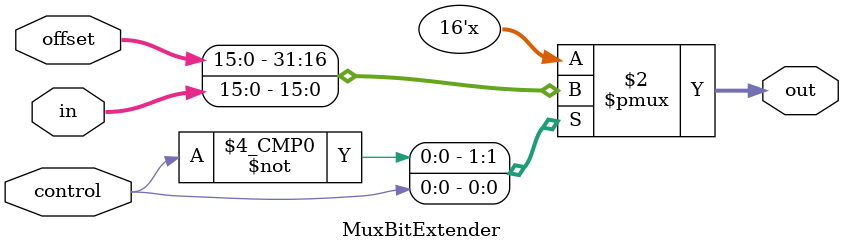
<source format=v>
module MuxBitExtender(control, offset, out, in); //Mux de entrada do extensor de bit

	input control;
	input [15:0] offset, in;
	output reg[15:0] out;
	
	always @ (*) begin
		
		case (control)
			1'b0 : out = offset;
			1'b1 : out = in;
		endcase
		
	end
	
endmodule
</source>
